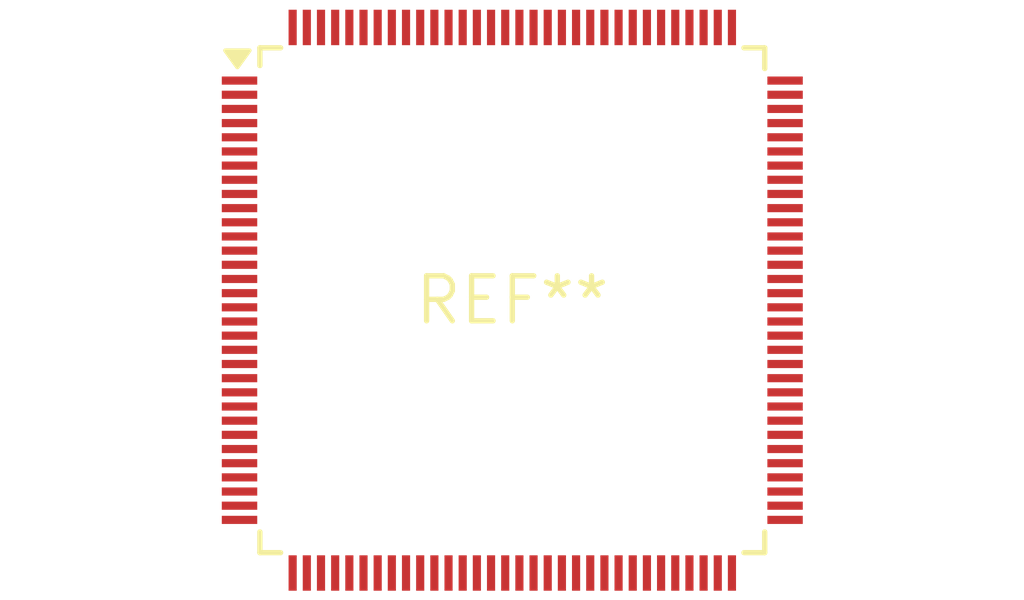
<source format=kicad_pcb>
(kicad_pcb (version 20240108) (generator pcbnew)
  (layers (0 "F.Cu" signal) (31 "B.Cu" signal) (34 "B.Paste" user) (35 "F.Paste" user) (36 "B.SilkS" user "B.Silkscreen") (37 "F.SilkS" user "F.Silkscreen") (38 "B.Mask" user) (39 "F.Mask" user) (44 "Edge.Cuts" user))
  (net 0 "")
  (footprint "TQFP-128_14x14mm_P0.4mm" (layer "F.Cu") (at 0 0)
    (property "Reference" "REF**")
    (property "Value" "TQFP-128_14x14mm_P0.4mm")
    (fp_line (start -7.125 -7.125) (end -7.125 -6.625) (layer "F.SilkS") (stroke (width 0.15)))
    (fp_line (start -7.125 -7.125) (end -6.54 -7.125) (layer "F.SilkS") (stroke (width 0.15)))
    (fp_line (start -7.125 7.125) (end -7.125 6.54) (layer "F.SilkS") (stroke (width 0.15)))
    (fp_line (start -7.125 7.125) (end -6.54 7.125) (layer "F.SilkS") (stroke (width 0.15)))
    (fp_line (start 7.125 -7.125) (end 6.54 -7.125) (layer "F.SilkS") (stroke (width 0.15)))
    (fp_line (start 7.125 -7.125) (end 7.125 -6.54) (layer "F.SilkS") (stroke (width 0.15)))
    (fp_line (start 7.125 7.125) (end 6.54 7.125) (layer "F.SilkS") (stroke (width 0.15)))
    (fp_line (start 7.125 7.125) (end 7.125 6.54) (layer "F.SilkS") (stroke (width 0.15)))
    (fp_poly (pts (xy -7.76 -6.58) (xy -8.1 -7.05) (xy -7.42 -7.05) (xy -7.76 -6.58)) (layer "F.SilkS") (stroke (width 0.12)) (fill solid))
    (pad "1" smd rect (at -7.7 -6.2) (size 1 0.23) (layers "F.Cu" "F.Paste" "F.Mask"))
    (pad "2" smd rect (at -7.7 -5.8) (size 1 0.23) (layers "F.Cu" "F.Paste" "F.Mask"))
    (pad "3" smd rect (at -7.7 -5.4) (size 1 0.23) (layers "F.Cu" "F.Paste" "F.Mask"))
    (pad "4" smd rect (at -7.7 -5) (size 1 0.23) (layers "F.Cu" "F.Paste" "F.Mask"))
    (pad "5" smd rect (at -7.7 -4.6) (size 1 0.23) (layers "F.Cu" "F.Paste" "F.Mask"))
    (pad "6" smd rect (at -7.7 -4.2) (size 1 0.23) (layers "F.Cu" "F.Paste" "F.Mask"))
    (pad "7" smd rect (at -7.7 -3.8) (size 1 0.23) (layers "F.Cu" "F.Paste" "F.Mask"))
    (pad "8" smd rect (at -7.7 -3.4) (size 1 0.23) (layers "F.Cu" "F.Paste" "F.Mask"))
    (pad "9" smd rect (at -7.7 -3) (size 1 0.23) (layers "F.Cu" "F.Paste" "F.Mask"))
    (pad "10" smd rect (at -7.7 -2.6) (size 1 0.23) (layers "F.Cu" "F.Paste" "F.Mask"))
    (pad "11" smd rect (at -7.7 -2.2) (size 1 0.23) (layers "F.Cu" "F.Paste" "F.Mask"))
    (pad "12" smd rect (at -7.7 -1.8) (size 1 0.23) (layers "F.Cu" "F.Paste" "F.Mask"))
    (pad "13" smd rect (at -7.7 -1.4) (size 1 0.23) (layers "F.Cu" "F.Paste" "F.Mask"))
    (pad "14" smd rect (at -7.7 -1) (size 1 0.23) (layers "F.Cu" "F.Paste" "F.Mask"))
    (pad "15" smd rect (at -7.7 -0.6) (size 1 0.23) (layers "F.Cu" "F.Paste" "F.Mask"))
    (pad "16" smd rect (at -7.7 -0.2) (size 1 0.23) (layers "F.Cu" "F.Paste" "F.Mask"))
    (pad "17" smd rect (at -7.7 0.2) (size 1 0.23) (layers "F.Cu" "F.Paste" "F.Mask"))
    (pad "18" smd rect (at -7.7 0.6) (size 1 0.23) (layers "F.Cu" "F.Paste" "F.Mask"))
    (pad "19" smd rect (at -7.7 1) (size 1 0.23) (layers "F.Cu" "F.Paste" "F.Mask"))
    (pad "20" smd rect (at -7.7 1.4) (size 1 0.23) (layers "F.Cu" "F.Paste" "F.Mask"))
    (pad "21" smd rect (at -7.7 1.8) (size 1 0.23) (layers "F.Cu" "F.Paste" "F.Mask"))
    (pad "22" smd rect (at -7.7 2.2) (size 1 0.23) (layers "F.Cu" "F.Paste" "F.Mask"))
    (pad "23" smd rect (at -7.7 2.6) (size 1 0.23) (layers "F.Cu" "F.Paste" "F.Mask"))
    (pad "24" smd rect (at -7.7 3) (size 1 0.23) (layers "F.Cu" "F.Paste" "F.Mask"))
    (pad "25" smd rect (at -7.7 3.4) (size 1 0.23) (layers "F.Cu" "F.Paste" "F.Mask"))
    (pad "26" smd rect (at -7.7 3.8) (size 1 0.23) (layers "F.Cu" "F.Paste" "F.Mask"))
    (pad "27" smd rect (at -7.7 4.2) (size 1 0.23) (layers "F.Cu" "F.Paste" "F.Mask"))
    (pad "28" smd rect (at -7.7 4.6) (size 1 0.23) (layers "F.Cu" "F.Paste" "F.Mask"))
    (pad "29" smd rect (at -7.7 5) (size 1 0.23) (layers "F.Cu" "F.Paste" "F.Mask"))
    (pad "30" smd rect (at -7.7 5.4) (size 1 0.23) (layers "F.Cu" "F.Paste" "F.Mask"))
    (pad "31" smd rect (at -7.7 5.8) (size 1 0.23) (layers "F.Cu" "F.Paste" "F.Mask"))
    (pad "32" smd rect (at -7.7 6.2) (size 1 0.23) (layers "F.Cu" "F.Paste" "F.Mask"))
    (pad "33" smd rect (at -6.2 7.7 90) (size 1 0.23) (layers "F.Cu" "F.Paste" "F.Mask"))
    (pad "34" smd rect (at -5.8 7.7 90) (size 1 0.23) (layers "F.Cu" "F.Paste" "F.Mask"))
    (pad "35" smd rect (at -5.4 7.7 90) (size 1 0.23) (layers "F.Cu" "F.Paste" "F.Mask"))
    (pad "36" smd rect (at -5 7.7 90) (size 1 0.23) (layers "F.Cu" "F.Paste" "F.Mask"))
    (pad "37" smd rect (at -4.6 7.7 90) (size 1 0.23) (layers "F.Cu" "F.Paste" "F.Mask"))
    (pad "38" smd rect (at -4.2 7.7 90) (size 1 0.23) (layers "F.Cu" "F.Paste" "F.Mask"))
    (pad "39" smd rect (at -3.8 7.7 90) (size 1 0.23) (layers "F.Cu" "F.Paste" "F.Mask"))
    (pad "40" smd rect (at -3.4 7.7 90) (size 1 0.23) (layers "F.Cu" "F.Paste" "F.Mask"))
    (pad "41" smd rect (at -3 7.7 90) (size 1 0.23) (layers "F.Cu" "F.Paste" "F.Mask"))
    (pad "42" smd rect (at -2.6 7.7 90) (size 1 0.23) (layers "F.Cu" "F.Paste" "F.Mask"))
    (pad "43" smd rect (at -2.2 7.7 90) (size 1 0.23) (layers "F.Cu" "F.Paste" "F.Mask"))
    (pad "44" smd rect (at -1.8 7.7 90) (size 1 0.23) (layers "F.Cu" "F.Paste" "F.Mask"))
    (pad "45" smd rect (at -1.4 7.7 90) (size 1 0.23) (layers "F.Cu" "F.Paste" "F.Mask"))
    (pad "46" smd rect (at -1 7.7 90) (size 1 0.23) (layers "F.Cu" "F.Paste" "F.Mask"))
    (pad "47" smd rect (at -0.6 7.7 90) (size 1 0.23) (layers "F.Cu" "F.Paste" "F.Mask"))
    (pad "48" smd rect (at -0.2 7.7 90) (size 1 0.23) (layers "F.Cu" "F.Paste" "F.Mask"))
    (pad "49" smd rect (at 0.2 7.7 90) (size 1 0.23) (layers "F.Cu" "F.Paste" "F.Mask"))
    (pad "50" smd rect (at 0.6 7.7 90) (size 1 0.23) (layers "F.Cu" "F.Paste" "F.Mask"))
    (pad "51" smd rect (at 1 7.7 90) (size 1 0.23) (layers "F.Cu" "F.Paste" "F.Mask"))
    (pad "52" smd rect (at 1.4 7.7 90) (size 1 0.23) (layers "F.Cu" "F.Paste" "F.Mask"))
    (pad "53" smd rect (at 1.8 7.7 90) (size 1 0.23) (layers "F.Cu" "F.Paste" "F.Mask"))
    (pad "54" smd rect (at 2.2 7.7 90) (size 1 0.23) (layers "F.Cu" "F.Paste" "F.Mask"))
    (pad "55" smd rect (at 2.6 7.7 90) (size 1 0.23) (layers "F.Cu" "F.Paste" "F.Mask"))
    (pad "56" smd rect (at 3 7.7 90) (size 1 0.23) (layers "F.Cu" "F.Paste" "F.Mask"))
    (pad "57" smd rect (at 3.4 7.7 90) (size 1 0.23) (layers "F.Cu" "F.Paste" "F.Mask"))
    (pad "58" smd rect (at 3.8 7.7 90) (size 1 0.23) (layers "F.Cu" "F.Paste" "F.Mask"))
    (pad "59" smd rect (at 4.2 7.7 90) (size 1 0.23) (layers "F.Cu" "F.Paste" "F.Mask"))
    (pad "60" smd rect (at 4.6 7.7 90) (size 1 0.23) (layers "F.Cu" "F.Paste" "F.Mask"))
    (pad "61" smd rect (at 5 7.7 90) (size 1 0.23) (layers "F.Cu" "F.Paste" "F.Mask"))
    (pad "62" smd rect (at 5.4 7.7 90) (size 1 0.23) (layers "F.Cu" "F.Paste" "F.Mask"))
    (pad "63" smd rect (at 5.8 7.7 90) (size 1 0.23) (layers "F.Cu" "F.Paste" "F.Mask"))
    (pad "64" smd rect (at 6.2 7.7 90) (size 1 0.23) (layers "F.Cu" "F.Paste" "F.Mask"))
    (pad "65" smd rect (at 7.7 6.2) (size 1 0.23) (layers "F.Cu" "F.Paste" "F.Mask"))
    (pad "66" smd rect (at 7.7 5.8) (size 1 0.23) (layers "F.Cu" "F.Paste" "F.Mask"))
    (pad "67" smd rect (at 7.7 5.4) (size 1 0.23) (layers "F.Cu" "F.Paste" "F.Mask"))
    (pad "68" smd rect (at 7.7 5) (size 1 0.23) (layers "F.Cu" "F.Paste" "F.Mask"))
    (pad "69" smd rect (at 7.7 4.6) (size 1 0.23) (layers "F.Cu" "F.Paste" "F.Mask"))
    (pad "70" smd rect (at 7.7 4.2) (size 1 0.23) (layers "F.Cu" "F.Paste" "F.Mask"))
    (pad "71" smd rect (at 7.7 3.8) (size 1 0.23) (layers "F.Cu" "F.Paste" "F.Mask"))
    (pad "72" smd rect (at 7.7 3.4) (size 1 0.23) (layers "F.Cu" "F.Paste" "F.Mask"))
    (pad "73" smd rect (at 7.7 3) (size 1 0.23) (layers "F.Cu" "F.Paste" "F.Mask"))
    (pad "74" smd rect (at 7.7 2.6) (size 1 0.23) (layers "F.Cu" "F.Paste" "F.Mask"))
    (pad "75" smd rect (at 7.7 2.2) (size 1 0.23) (layers "F.Cu" "F.Paste" "F.Mask"))
    (pad "76" smd rect (at 7.7 1.8) (size 1 0.23) (layers "F.Cu" "F.Paste" "F.Mask"))
    (pad "77" smd rect (at 7.7 1.4) (size 1 0.23) (layers "F.Cu" "F.Paste" "F.Mask"))
    (pad "78" smd rect (at 7.7 1) (size 1 0.23) (layers "F.Cu" "F.Paste" "F.Mask"))
    (pad "79" smd rect (at 7.7 0.6) (size 1 0.23) (layers "F.Cu" "F.Paste" "F.Mask"))
    (pad "80" smd rect (at 7.7 0.2) (size 1 0.23) (layers "F.Cu" "F.Paste" "F.Mask"))
    (pad "81" smd rect (at 7.7 -0.2) (size 1 0.23) (layers "F.Cu" "F.Paste" "F.Mask"))
    (pad "82" smd rect (at 7.7 -0.6) (size 1 0.23) (layers "F.Cu" "F.Paste" "F.Mask"))
    (pad "83" smd rect (at 7.7 -1) (size 1 0.23) (layers "F.Cu" "F.Paste" "F.Mask"))
    (pad "84" smd rect (at 7.7 -1.4) (size 1 0.23) (layers "F.Cu" "F.Paste" "F.Mask"))
    (pad "85" smd rect (at 7.7 -1.8) (size 1 0.23) (layers "F.Cu" "F.Paste" "F.Mask"))
    (pad "86" smd rect (at 7.7 -2.2) (size 1 0.23) (layers "F.Cu" "F.Paste" "F.Mask"))
    (pad "87" smd rect (at 7.7 -2.6) (size 1 0.23) (layers "F.Cu" "F.Paste" "F.Mask"))
    (pad "88" smd rect (at 7.7 -3) (size 1 0.23) (layers "F.Cu" "F.Paste" "F.Mask"))
    (pad "89" smd rect (at 7.7 -3.4) (size 1 0.23) (layers "F.Cu" "F.Paste" "F.Mask"))
    (pad "90" smd rect (at 7.7 -3.8) (size 1 0.23) (layers "F.Cu" "F.Paste" "F.Mask"))
    (pad "91" smd rect (at 7.7 -4.2) (size 1 0.23) (layers "F.Cu" "F.Paste" "F.Mask"))
    (pad "92" smd rect (at 7.7 -4.6) (size 1 0.23) (layers "F.Cu" "F.Paste" "F.Mask"))
    (pad "93" smd rect (at 7.7 -5) (size 1 0.23) (layers "F.Cu" "F.Paste" "F.Mask"))
    (pad "94" smd rect (at 7.7 -5.4) (size 1 0.23) (layers "F.Cu" "F.Paste" "F.Mask"))
    (pad "95" smd rect (at 7.7 -5.8) (size 1 0.23) (layers "F.Cu" "F.Paste" "F.Mask"))
    (pad "96" smd rect (at 7.7 -6.2) (size 1 0.23) (layers "F.Cu" "F.Paste" "F.Mask"))
    (pad "97" smd rect (at 6.2 -7.7 90) (size 1 0.23) (layers "F.Cu" "F.Paste" "F.Mask"))
    (pad "98" smd rect (at 5.8 -7.7 90) (size 1 0.23) (layers "F.Cu" "F.Paste" "F.Mask"))
    (pad "99" smd rect (at 5.4 -7.7 90) (size 1 0.23) (layers "F.Cu" "F.Paste" "F.Mask"))
    (pad "100" smd rect (at 5 -7.7 90) (size 1 0.23) (layers "F.Cu" "F.Paste" "F.Mask"))
    (pad "101" smd rect (at 4.6 -7.7 90) (size 1 0.23) (layers "F.Cu" "F.Paste" "F.Mask"))
    (pad "102" smd rect (at 4.2 -7.7 90) (size 1 0.23) (layers "F.Cu" "F.Paste" "F.Mask"))
    (pad "103" smd rect (at 3.8 -7.7 90) (size 1 0.23) (layers "F.Cu" "F.Paste" "F.Mask"))
    (pad "104" smd rect (at 3.4 -7.7 90) (size 1 0.23) (layers "F.Cu" "F.Paste" "F.Mask"))
    (pad "105" smd rect (at 3 -7.7 90) (size 1 0.23) (layers "F.Cu" "F.Paste" "F.Mask"))
    (pad "106" smd rect (at 2.6 -7.7 90) (size 1 0.23) (layers "F.Cu" "F.Paste" "F.Mask"))
    (pad "107" smd rect (at 2.2 -7.7 90) (size 1 0.23) (layers "F.Cu" "F.Paste" "F.Mask"))
    (pad "108" smd rect (at 1.8 -7.7 90) (size 1 0.23) (layers "F.Cu" "F.Paste" "F.Mask"))
    (pad "109" smd rect (at 1.4 -7.7 90) (size 1 0.23) (layers "F.Cu" "F.Paste" "F.Mask"))
    (pad "110" smd rect (at 1 -7.7 90) (size 1 0.23) (layers "F.Cu" "F.Paste" "F.Mask"))
    (pad "111" smd rect (at 0.6 -7.7 90) (size 1 0.23) (layers "F.Cu" "F.Paste" "F.Mask"))
    (pad "112" smd rect (at 0.2 -7.7 90) (size 1 0.23) (layers "F.Cu" "F.Paste" "F.Mask"))
    (pad "113" smd rect (at -0.2 -7.7 90) (size 1 0.23) (layers "F.Cu" "F.Paste" "F.Mask"))
    (pad "114" smd rect (at -0.6 -7.7 90) (size 1 0.23) (layers "F.Cu" "F.Paste" "F.Mask"))
    (pad "115" smd rect (at -1 -7.7 90) (size 1 0.23) (layers "F.Cu" "F.Paste" "F.Mask"))
    (pad "116" smd rect (at -1.4 -7.7 90) (size 1 0.23) (layers "F.Cu" "F.Paste" "F.Mask"))
    (pad "117" smd rect (at -1.8 -7.7 90) (size 1 0.23) (layers "F.Cu" "F.Paste" "F.Mask"))
    (pad "118" smd rect (at -2.2 -7.7 90) (size 1 0.23) (layers "F.Cu" "F.Paste" "F.Mask"))
    (pad "119" smd rect (at -2.6 -7.7 90) (size 1 0.23) (layers "F.Cu" "F.Paste" "F.Mask"))
    (pad "120" smd rect (at -3 -7.7 90) (size 1 0.23) (layers "F.Cu" "F.Paste" "F.Mask"))
    (pad "121" smd rect (at -3.4 -7.7 90) (size 1 0.23) (layers "F.Cu" "F.Paste" "F.Mask"))
    (pad "122" smd rect (at -3.8 -7.7 90) (size 1 0.23) (layers "F.Cu" "F.Paste" "F.Mask"))
    (pad "123" smd rect (at -4.2 -7.7 90) (size 1 0.23) (layers "F.Cu" "F.Paste" "F.Mask"))
    (pad "124" smd rect (at -4.6 -7.7 90) (size 1 0.23) (layers "F.Cu" "F.Paste" "F.Mask"))
    (pad "125" smd rect (at -5 -7.7 90) (size 1 0.23) (layers "F.Cu" "F.Paste" "F.Mask"))
    (pad "126" smd rect (at -5.4 -7.7 90) (size 1 0.23) (layers "F.Cu" "F.Paste" "F.Mask"))
    (pad "127" smd rect (at -5.8 -7.7 90) (size 1 0.23) (layers "F.Cu" "F.Paste" "F.Mask"))
    (pad "128" smd rect (at -6.2 -7.7 90) (size 1 0.23) (layers "F.Cu" "F.Paste" "F.Mask"))
  )
)
</source>
